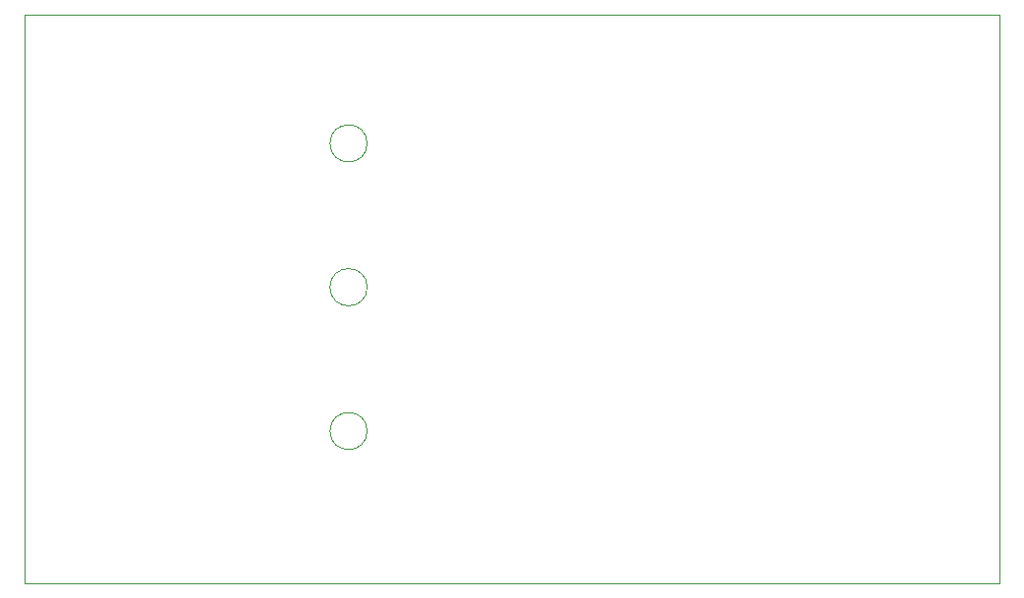
<source format=gbr>
%TF.GenerationSoftware,KiCad,Pcbnew,(6.0.8-1)-1*%
%TF.CreationDate,2022-11-01T09:45:04-04:00*%
%TF.ProjectId,Untitled,556e7469-746c-4656-942e-6b696361645f,rev?*%
%TF.SameCoordinates,Original*%
%TF.FileFunction,Profile,NP*%
%FSLAX46Y46*%
G04 Gerber Fmt 4.6, Leading zero omitted, Abs format (unit mm)*
G04 Created by KiCad (PCBNEW (6.0.8-1)-1) date 2022-11-01 09:45:04*
%MOMM*%
%LPD*%
G01*
G04 APERTURE LIST*
%TA.AperFunction,Profile*%
%ADD10C,0.100000*%
%TD*%
G04 APERTURE END LIST*
D10*
X75200000Y-56400000D02*
G75*
G03*
X75200000Y-56400000I-1600000J0D01*
G01*
X45720000Y-32910000D02*
X129640000Y-32910000D01*
X129640000Y-32910000D02*
X129640000Y-81920000D01*
X129640000Y-81920000D02*
X45720000Y-81920000D01*
X45720000Y-81920000D02*
X45720000Y-32910000D01*
X75200000Y-68800000D02*
G75*
G03*
X75200000Y-68800000I-1600000J0D01*
G01*
X75200000Y-44000000D02*
G75*
G03*
X75200000Y-44000000I-1600000J0D01*
G01*
M02*

</source>
